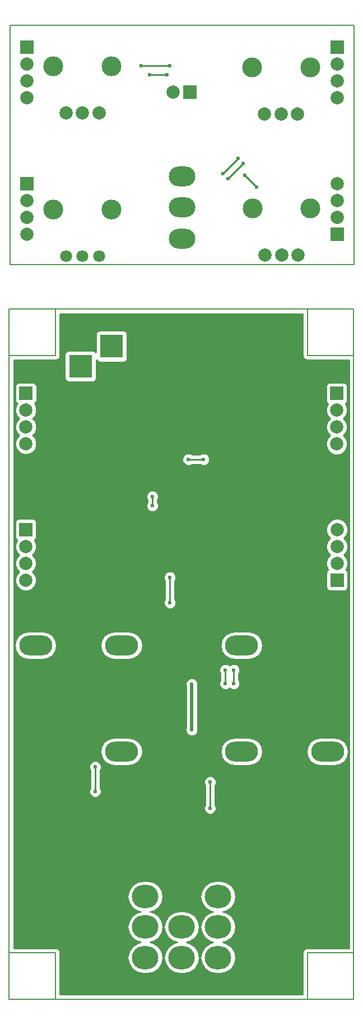
<source format=gbr>
G04 #@! TF.FileFunction,Copper,L2,Bot,Signal*
%FSLAX46Y46*%
G04 Gerber Fmt 4.6, Leading zero omitted, Abs format (unit mm)*
G04 Created by KiCad (PCBNEW 4.0.7) date 01/23/18 15:00:53*
%MOMM*%
%LPD*%
G01*
G04 APERTURE LIST*
%ADD10C,0.100000*%
%ADD11C,0.150000*%
%ADD12R,2.000000X2.000000*%
%ADD13C,2.000000*%
%ADD14R,3.500000X3.500000*%
%ADD15O,4.000000X3.500000*%
%ADD16C,3.000000*%
%ADD17O,5.000000X3.000000*%
%ADD18O,4.000000X3.000000*%
%ADD19C,1.800000*%
%ADD20C,0.600000*%
%ADD21C,0.500000*%
%ADD22C,0.250000*%
%ADD23C,0.254000*%
G04 APERTURE END LIST*
D10*
D11*
X77927200Y-187782200D02*
X77927200Y-187502800D01*
X78435200Y-187782200D02*
X77317600Y-187782200D01*
X123069200Y-40955000D02*
X122713600Y-40955000D01*
X123069200Y-77023000D02*
X123069200Y-40955000D01*
X122688200Y-77023000D02*
X123069200Y-77023000D01*
X71050000Y-40955000D02*
X122866000Y-40955000D01*
X71050000Y-77023000D02*
X71050000Y-40955000D01*
X71050000Y-77023000D02*
X122866000Y-77023000D01*
X116027200Y-180797200D02*
X123012200Y-180797200D01*
X116027200Y-187782200D02*
X116027200Y-180797200D01*
X77927200Y-180797200D02*
X70942200Y-180797200D01*
X77927200Y-187782200D02*
X77927200Y-180797200D01*
X77927200Y-90754200D02*
X70942200Y-90754200D01*
X77927200Y-83769200D02*
X77927200Y-90754200D01*
X116027200Y-90754200D02*
X116027200Y-83769200D01*
X123012200Y-90754200D02*
X116027200Y-90754200D01*
X123012200Y-83769200D02*
X70942200Y-83769200D01*
X123012200Y-187782200D02*
X123012200Y-83769200D01*
X70942200Y-187782200D02*
X123012200Y-187782200D01*
X70942200Y-83769200D02*
X70942200Y-187782200D01*
D12*
X98278800Y-51089600D03*
D13*
X95738800Y-51089600D03*
D14*
X86423500Y-95377000D03*
X86423500Y-89377000D03*
X81723500Y-92377000D03*
D15*
X91502600Y-172311000D03*
X97002600Y-172311000D03*
X102502600Y-172311000D03*
X91502600Y-176911000D03*
X97002600Y-176911000D03*
X102502600Y-176911000D03*
X91502600Y-181511000D03*
X97002600Y-181511000D03*
X102502600Y-181511000D03*
D12*
X73583800Y-64846200D03*
D13*
X73583800Y-67386200D03*
X73583800Y-69926200D03*
X73583800Y-72466200D03*
D12*
X73583800Y-44323000D03*
D13*
X73583800Y-46863000D03*
X73583800Y-49403000D03*
X73583800Y-51943000D03*
D12*
X120548400Y-72491600D03*
D13*
X120548400Y-69951600D03*
X120548400Y-67411600D03*
X120548400Y-64871600D03*
D12*
X120523000Y-44323000D03*
D13*
X120523000Y-46863000D03*
X120523000Y-49403000D03*
X120523000Y-51943000D03*
D12*
X73456800Y-116992400D03*
D13*
X73456800Y-119532400D03*
X73456800Y-122072400D03*
X73456800Y-124612400D03*
D12*
X73469500Y-96456500D03*
D13*
X73469500Y-98996500D03*
X73469500Y-101536500D03*
X73469500Y-104076500D03*
D12*
X120497600Y-124612400D03*
D13*
X120497600Y-122072400D03*
X120497600Y-119532400D03*
X120497600Y-116992400D03*
D12*
X120446800Y-96469200D03*
D13*
X120446800Y-99009200D03*
X120446800Y-101549200D03*
X120446800Y-104089200D03*
X79531200Y-54203600D03*
X82031200Y-54203600D03*
X84531200Y-54203600D03*
D16*
X77631200Y-47203600D03*
X86431200Y-47203600D03*
D13*
X109604800Y-75590400D03*
X112104800Y-75590400D03*
X114604800Y-75590400D03*
D16*
X107704800Y-68590400D03*
X116504800Y-68590400D03*
D13*
X109554000Y-54330600D03*
X112054000Y-54330600D03*
X114554000Y-54330600D03*
D16*
X107654000Y-47330600D03*
X116454000Y-47330600D03*
D17*
X87919700Y-134455900D03*
X87919700Y-150455900D03*
X74919700Y-150455900D03*
X74942700Y-134455900D03*
X106072800Y-150468600D03*
X106072800Y-134468600D03*
X119072800Y-134468600D03*
X119049800Y-150468600D03*
D18*
X97059600Y-68463200D03*
X97059600Y-73163200D03*
X97059600Y-63763200D03*
D19*
X79531200Y-75768200D03*
X82031200Y-75768200D03*
X84531200Y-75768200D03*
D16*
X77631200Y-68768200D03*
X86431200Y-68768200D03*
D20*
X106934000Y-143256000D03*
X92710000Y-130302000D03*
X91440000Y-104902000D03*
X110236000Y-149098000D03*
X107467400Y-100482400D03*
X81991200Y-158242000D03*
X80264000Y-166370000D03*
X106172000Y-162814000D03*
X98094800Y-115773200D03*
X96012000Y-96266000D03*
X98552000Y-140335000D03*
X98552000Y-147193000D03*
X101320600Y-155067000D03*
X101320600Y-159004000D03*
X108337200Y-65415200D03*
X106559200Y-63637200D03*
X95250000Y-124206000D03*
X95250000Y-128016000D03*
X104902000Y-138176000D03*
X104902000Y-140208000D03*
X83947000Y-152781000D03*
X83947000Y-156464000D03*
X94818200Y-48463200D03*
X92151200Y-48463200D03*
X90881200Y-47066200D03*
X95199200Y-47066200D03*
X105543200Y-61097200D03*
X103257200Y-63383200D03*
X104019200Y-64145200D03*
X106305200Y-61859200D03*
X92583000Y-113411000D03*
X92583000Y-112014000D03*
X100330000Y-106426000D03*
X98044000Y-106426000D03*
X103632000Y-140208000D03*
X103632000Y-138176000D03*
D21*
X98552000Y-140335000D02*
X98552000Y-147193000D01*
D22*
X101320600Y-155067000D02*
X101320600Y-159004000D01*
X106559200Y-63637200D02*
X108337200Y-65415200D01*
X95250000Y-128016000D02*
X95250000Y-124206000D01*
X104902000Y-140208000D02*
X104902000Y-138176000D01*
X83947000Y-156464000D02*
X83947000Y-152781000D01*
X94818200Y-48463200D02*
X92151200Y-48463200D01*
X95199200Y-47066200D02*
X90881200Y-47066200D01*
X103257200Y-63383200D02*
X105543200Y-61097200D01*
X106305200Y-61859200D02*
X104019200Y-64145200D01*
X92583000Y-112014000D02*
X92583000Y-113411000D01*
X98044000Y-106426000D02*
X100330000Y-106426000D01*
X103632000Y-140208000D02*
X103632000Y-138176000D01*
D23*
G36*
X115317200Y-90754200D02*
X115371246Y-91025905D01*
X115525154Y-91256246D01*
X115755495Y-91410154D01*
X116027200Y-91464200D01*
X122302200Y-91464200D01*
X122302200Y-180087200D01*
X116027200Y-180087200D01*
X115755495Y-180141246D01*
X115525154Y-180295154D01*
X115371246Y-180525495D01*
X115317200Y-180797200D01*
X115317200Y-187072200D01*
X78637200Y-187072200D01*
X78637200Y-180797200D01*
X78583154Y-180525495D01*
X78429246Y-180295154D01*
X78198905Y-180141246D01*
X77927200Y-180087200D01*
X71652200Y-180087200D01*
X71652200Y-172311000D01*
X88815977Y-172311000D01*
X88997524Y-173223700D01*
X89514527Y-173997450D01*
X90288277Y-174514453D01*
X90773652Y-174611000D01*
X90288277Y-174707547D01*
X89514527Y-175224550D01*
X88997524Y-175998300D01*
X88815977Y-176911000D01*
X88997524Y-177823700D01*
X89514527Y-178597450D01*
X90288277Y-179114453D01*
X90773652Y-179211000D01*
X90288277Y-179307547D01*
X89514527Y-179824550D01*
X88997524Y-180598300D01*
X88815977Y-181511000D01*
X88997524Y-182423700D01*
X89514527Y-183197450D01*
X90288277Y-183714453D01*
X91200977Y-183896000D01*
X91804223Y-183896000D01*
X92716923Y-183714453D01*
X93490673Y-183197450D01*
X94007676Y-182423700D01*
X94189223Y-181511000D01*
X94007676Y-180598300D01*
X93490673Y-179824550D01*
X92716923Y-179307547D01*
X92231548Y-179211000D01*
X92716923Y-179114453D01*
X93490673Y-178597450D01*
X94007676Y-177823700D01*
X94189223Y-176911000D01*
X94315977Y-176911000D01*
X94497524Y-177823700D01*
X95014527Y-178597450D01*
X95788277Y-179114453D01*
X96273652Y-179211000D01*
X95788277Y-179307547D01*
X95014527Y-179824550D01*
X94497524Y-180598300D01*
X94315977Y-181511000D01*
X94497524Y-182423700D01*
X95014527Y-183197450D01*
X95788277Y-183714453D01*
X96700977Y-183896000D01*
X97304223Y-183896000D01*
X98216923Y-183714453D01*
X98990673Y-183197450D01*
X99507676Y-182423700D01*
X99689223Y-181511000D01*
X99507676Y-180598300D01*
X98990673Y-179824550D01*
X98216923Y-179307547D01*
X97731548Y-179211000D01*
X98216923Y-179114453D01*
X98990673Y-178597450D01*
X99507676Y-177823700D01*
X99689223Y-176911000D01*
X99507676Y-175998300D01*
X98990673Y-175224550D01*
X98216923Y-174707547D01*
X97304223Y-174526000D01*
X96700977Y-174526000D01*
X95788277Y-174707547D01*
X95014527Y-175224550D01*
X94497524Y-175998300D01*
X94315977Y-176911000D01*
X94189223Y-176911000D01*
X94007676Y-175998300D01*
X93490673Y-175224550D01*
X92716923Y-174707547D01*
X92231548Y-174611000D01*
X92716923Y-174514453D01*
X93490673Y-173997450D01*
X94007676Y-173223700D01*
X94189223Y-172311000D01*
X99815977Y-172311000D01*
X99997524Y-173223700D01*
X100514527Y-173997450D01*
X101288277Y-174514453D01*
X101773652Y-174611000D01*
X101288277Y-174707547D01*
X100514527Y-175224550D01*
X99997524Y-175998300D01*
X99815977Y-176911000D01*
X99997524Y-177823700D01*
X100514527Y-178597450D01*
X101288277Y-179114453D01*
X101773652Y-179211000D01*
X101288277Y-179307547D01*
X100514527Y-179824550D01*
X99997524Y-180598300D01*
X99815977Y-181511000D01*
X99997524Y-182423700D01*
X100514527Y-183197450D01*
X101288277Y-183714453D01*
X102200977Y-183896000D01*
X102804223Y-183896000D01*
X103716923Y-183714453D01*
X104490673Y-183197450D01*
X105007676Y-182423700D01*
X105189223Y-181511000D01*
X105007676Y-180598300D01*
X104490673Y-179824550D01*
X103716923Y-179307547D01*
X103231548Y-179211000D01*
X103716923Y-179114453D01*
X104490673Y-178597450D01*
X105007676Y-177823700D01*
X105189223Y-176911000D01*
X105007676Y-175998300D01*
X104490673Y-175224550D01*
X103716923Y-174707547D01*
X103231548Y-174611000D01*
X103716923Y-174514453D01*
X104490673Y-173997450D01*
X105007676Y-173223700D01*
X105189223Y-172311000D01*
X105007676Y-171398300D01*
X104490673Y-170624550D01*
X103716923Y-170107547D01*
X102804223Y-169926000D01*
X102200977Y-169926000D01*
X101288277Y-170107547D01*
X100514527Y-170624550D01*
X99997524Y-171398300D01*
X99815977Y-172311000D01*
X94189223Y-172311000D01*
X94007676Y-171398300D01*
X93490673Y-170624550D01*
X92716923Y-170107547D01*
X91804223Y-169926000D01*
X91200977Y-169926000D01*
X90288277Y-170107547D01*
X89514527Y-170624550D01*
X88997524Y-171398300D01*
X88815977Y-172311000D01*
X71652200Y-172311000D01*
X71652200Y-152966167D01*
X83011838Y-152966167D01*
X83153883Y-153309943D01*
X83187000Y-153343118D01*
X83187000Y-155901537D01*
X83154808Y-155933673D01*
X83012162Y-156277201D01*
X83011838Y-156649167D01*
X83153883Y-156992943D01*
X83416673Y-157256192D01*
X83760201Y-157398838D01*
X84132167Y-157399162D01*
X84475943Y-157257117D01*
X84739192Y-156994327D01*
X84881838Y-156650799D01*
X84882162Y-156278833D01*
X84740117Y-155935057D01*
X84707000Y-155901882D01*
X84707000Y-155252167D01*
X100385438Y-155252167D01*
X100527483Y-155595943D01*
X100560600Y-155629118D01*
X100560600Y-158441537D01*
X100528408Y-158473673D01*
X100385762Y-158817201D01*
X100385438Y-159189167D01*
X100527483Y-159532943D01*
X100790273Y-159796192D01*
X101133801Y-159938838D01*
X101505767Y-159939162D01*
X101849543Y-159797117D01*
X102112792Y-159534327D01*
X102255438Y-159190799D01*
X102255762Y-158818833D01*
X102113717Y-158475057D01*
X102080600Y-158441882D01*
X102080600Y-155629463D01*
X102112792Y-155597327D01*
X102255438Y-155253799D01*
X102255762Y-154881833D01*
X102113717Y-154538057D01*
X101850927Y-154274808D01*
X101507399Y-154132162D01*
X101135433Y-154131838D01*
X100791657Y-154273883D01*
X100528408Y-154536673D01*
X100385762Y-154880201D01*
X100385438Y-155252167D01*
X84707000Y-155252167D01*
X84707000Y-153343463D01*
X84739192Y-153311327D01*
X84881838Y-152967799D01*
X84882162Y-152595833D01*
X84740117Y-152252057D01*
X84477327Y-151988808D01*
X84133799Y-151846162D01*
X83761833Y-151845838D01*
X83418057Y-151987883D01*
X83154808Y-152250673D01*
X83012162Y-152594201D01*
X83011838Y-152966167D01*
X71652200Y-152966167D01*
X71652200Y-150455900D01*
X84723282Y-150455900D01*
X84885799Y-151272929D01*
X85348609Y-151965573D01*
X86041253Y-152428383D01*
X86858282Y-152590900D01*
X88981118Y-152590900D01*
X89798147Y-152428383D01*
X90490791Y-151965573D01*
X90953601Y-151272929D01*
X91113591Y-150468600D01*
X102876382Y-150468600D01*
X103038899Y-151285629D01*
X103501709Y-151978273D01*
X104194353Y-152441083D01*
X105011382Y-152603600D01*
X107134218Y-152603600D01*
X107951247Y-152441083D01*
X108643891Y-151978273D01*
X109106701Y-151285629D01*
X109269218Y-150468600D01*
X115853382Y-150468600D01*
X116015899Y-151285629D01*
X116478709Y-151978273D01*
X117171353Y-152441083D01*
X117988382Y-152603600D01*
X120111218Y-152603600D01*
X120928247Y-152441083D01*
X121620891Y-151978273D01*
X122083701Y-151285629D01*
X122246218Y-150468600D01*
X122083701Y-149651571D01*
X121620891Y-148958927D01*
X120928247Y-148496117D01*
X120111218Y-148333600D01*
X117988382Y-148333600D01*
X117171353Y-148496117D01*
X116478709Y-148958927D01*
X116015899Y-149651571D01*
X115853382Y-150468600D01*
X109269218Y-150468600D01*
X109106701Y-149651571D01*
X108643891Y-148958927D01*
X107951247Y-148496117D01*
X107134218Y-148333600D01*
X105011382Y-148333600D01*
X104194353Y-148496117D01*
X103501709Y-148958927D01*
X103038899Y-149651571D01*
X102876382Y-150468600D01*
X91113591Y-150468600D01*
X91116118Y-150455900D01*
X90953601Y-149638871D01*
X90490791Y-148946227D01*
X89798147Y-148483417D01*
X88981118Y-148320900D01*
X86858282Y-148320900D01*
X86041253Y-148483417D01*
X85348609Y-148946227D01*
X84885799Y-149638871D01*
X84723282Y-150455900D01*
X71652200Y-150455900D01*
X71652200Y-140520167D01*
X97616838Y-140520167D01*
X97667000Y-140641569D01*
X97667000Y-146886178D01*
X97617162Y-147006201D01*
X97616838Y-147378167D01*
X97758883Y-147721943D01*
X98021673Y-147985192D01*
X98365201Y-148127838D01*
X98737167Y-148128162D01*
X99080943Y-147986117D01*
X99344192Y-147723327D01*
X99486838Y-147379799D01*
X99487162Y-147007833D01*
X99437000Y-146886431D01*
X99437000Y-140641822D01*
X99486838Y-140521799D01*
X99487162Y-140149833D01*
X99345117Y-139806057D01*
X99082327Y-139542808D01*
X98738799Y-139400162D01*
X98366833Y-139399838D01*
X98023057Y-139541883D01*
X97759808Y-139804673D01*
X97617162Y-140148201D01*
X97616838Y-140520167D01*
X71652200Y-140520167D01*
X71652200Y-138361167D01*
X102696838Y-138361167D01*
X102838883Y-138704943D01*
X102872000Y-138738118D01*
X102872000Y-139645537D01*
X102839808Y-139677673D01*
X102697162Y-140021201D01*
X102696838Y-140393167D01*
X102838883Y-140736943D01*
X103101673Y-141000192D01*
X103445201Y-141142838D01*
X103817167Y-141143162D01*
X104160943Y-141001117D01*
X104266954Y-140895290D01*
X104371673Y-141000192D01*
X104715201Y-141142838D01*
X105087167Y-141143162D01*
X105430943Y-141001117D01*
X105694192Y-140738327D01*
X105836838Y-140394799D01*
X105837162Y-140022833D01*
X105695117Y-139679057D01*
X105662000Y-139645882D01*
X105662000Y-138738463D01*
X105694192Y-138706327D01*
X105836838Y-138362799D01*
X105837162Y-137990833D01*
X105695117Y-137647057D01*
X105432327Y-137383808D01*
X105088799Y-137241162D01*
X104716833Y-137240838D01*
X104373057Y-137382883D01*
X104267046Y-137488710D01*
X104162327Y-137383808D01*
X103818799Y-137241162D01*
X103446833Y-137240838D01*
X103103057Y-137382883D01*
X102839808Y-137645673D01*
X102697162Y-137989201D01*
X102696838Y-138361167D01*
X71652200Y-138361167D01*
X71652200Y-134455900D01*
X71746282Y-134455900D01*
X71908799Y-135272929D01*
X72371609Y-135965573D01*
X73064253Y-136428383D01*
X73881282Y-136590900D01*
X76004118Y-136590900D01*
X76821147Y-136428383D01*
X77513791Y-135965573D01*
X77976601Y-135272929D01*
X78139118Y-134455900D01*
X84723282Y-134455900D01*
X84885799Y-135272929D01*
X85348609Y-135965573D01*
X86041253Y-136428383D01*
X86858282Y-136590900D01*
X88981118Y-136590900D01*
X89798147Y-136428383D01*
X90490791Y-135965573D01*
X90953601Y-135272929D01*
X91113591Y-134468600D01*
X102876382Y-134468600D01*
X103038899Y-135285629D01*
X103501709Y-135978273D01*
X104194353Y-136441083D01*
X105011382Y-136603600D01*
X107134218Y-136603600D01*
X107951247Y-136441083D01*
X108643891Y-135978273D01*
X109106701Y-135285629D01*
X109269218Y-134468600D01*
X109106701Y-133651571D01*
X108643891Y-132958927D01*
X107951247Y-132496117D01*
X107134218Y-132333600D01*
X105011382Y-132333600D01*
X104194353Y-132496117D01*
X103501709Y-132958927D01*
X103038899Y-133651571D01*
X102876382Y-134468600D01*
X91113591Y-134468600D01*
X91116118Y-134455900D01*
X90953601Y-133638871D01*
X90490791Y-132946227D01*
X89798147Y-132483417D01*
X88981118Y-132320900D01*
X86858282Y-132320900D01*
X86041253Y-132483417D01*
X85348609Y-132946227D01*
X84885799Y-133638871D01*
X84723282Y-134455900D01*
X78139118Y-134455900D01*
X77976601Y-133638871D01*
X77513791Y-132946227D01*
X76821147Y-132483417D01*
X76004118Y-132320900D01*
X73881282Y-132320900D01*
X73064253Y-132483417D01*
X72371609Y-132946227D01*
X71908799Y-133638871D01*
X71746282Y-134455900D01*
X71652200Y-134455900D01*
X71652200Y-115992400D01*
X71809360Y-115992400D01*
X71809360Y-117992400D01*
X71853638Y-118227717D01*
X71992710Y-118443841D01*
X72135361Y-118541310D01*
X72071522Y-118605037D01*
X71822084Y-119205752D01*
X71821516Y-119856195D01*
X72069906Y-120457343D01*
X72414559Y-120802599D01*
X72071522Y-121145037D01*
X71822084Y-121745752D01*
X71821516Y-122396195D01*
X72069906Y-122997343D01*
X72414559Y-123342599D01*
X72071522Y-123685037D01*
X71822084Y-124285752D01*
X71821516Y-124936195D01*
X72069906Y-125537343D01*
X72529437Y-125997678D01*
X73130152Y-126247116D01*
X73780595Y-126247684D01*
X74381743Y-125999294D01*
X74842078Y-125539763D01*
X75091516Y-124939048D01*
X75091994Y-124391167D01*
X94314838Y-124391167D01*
X94456883Y-124734943D01*
X94490000Y-124768118D01*
X94490000Y-127453537D01*
X94457808Y-127485673D01*
X94315162Y-127829201D01*
X94314838Y-128201167D01*
X94456883Y-128544943D01*
X94719673Y-128808192D01*
X95063201Y-128950838D01*
X95435167Y-128951162D01*
X95778943Y-128809117D01*
X96042192Y-128546327D01*
X96184838Y-128202799D01*
X96185162Y-127830833D01*
X96043117Y-127487057D01*
X96010000Y-127453882D01*
X96010000Y-124768463D01*
X96042192Y-124736327D01*
X96184838Y-124392799D01*
X96185162Y-124020833D01*
X96043117Y-123677057D01*
X95978573Y-123612400D01*
X118850160Y-123612400D01*
X118850160Y-125612400D01*
X118894438Y-125847717D01*
X119033510Y-126063841D01*
X119245710Y-126208831D01*
X119497600Y-126259840D01*
X121497600Y-126259840D01*
X121732917Y-126215562D01*
X121949041Y-126076490D01*
X122094031Y-125864290D01*
X122145040Y-125612400D01*
X122145040Y-123612400D01*
X122100762Y-123377083D01*
X121961690Y-123160959D01*
X121819039Y-123063490D01*
X121882878Y-122999763D01*
X122132316Y-122399048D01*
X122132884Y-121748605D01*
X121884494Y-121147457D01*
X121539841Y-120802201D01*
X121882878Y-120459763D01*
X122132316Y-119859048D01*
X122132884Y-119208605D01*
X121884494Y-118607457D01*
X121539841Y-118262201D01*
X121882878Y-117919763D01*
X122132316Y-117319048D01*
X122132884Y-116668605D01*
X121884494Y-116067457D01*
X121424963Y-115607122D01*
X120824248Y-115357684D01*
X120173805Y-115357116D01*
X119572657Y-115605506D01*
X119112322Y-116065037D01*
X118862884Y-116665752D01*
X118862316Y-117316195D01*
X119110706Y-117917343D01*
X119455359Y-118262599D01*
X119112322Y-118605037D01*
X118862884Y-119205752D01*
X118862316Y-119856195D01*
X119110706Y-120457343D01*
X119455359Y-120802599D01*
X119112322Y-121145037D01*
X118862884Y-121745752D01*
X118862316Y-122396195D01*
X119110706Y-122997343D01*
X119177221Y-123063974D01*
X119046159Y-123148310D01*
X118901169Y-123360510D01*
X118850160Y-123612400D01*
X95978573Y-123612400D01*
X95780327Y-123413808D01*
X95436799Y-123271162D01*
X95064833Y-123270838D01*
X94721057Y-123412883D01*
X94457808Y-123675673D01*
X94315162Y-124019201D01*
X94314838Y-124391167D01*
X75091994Y-124391167D01*
X75092084Y-124288605D01*
X74843694Y-123687457D01*
X74499041Y-123342201D01*
X74842078Y-122999763D01*
X75091516Y-122399048D01*
X75092084Y-121748605D01*
X74843694Y-121147457D01*
X74499041Y-120802201D01*
X74842078Y-120459763D01*
X75091516Y-119859048D01*
X75092084Y-119208605D01*
X74843694Y-118607457D01*
X74777179Y-118540826D01*
X74908241Y-118456490D01*
X75053231Y-118244290D01*
X75104240Y-117992400D01*
X75104240Y-115992400D01*
X75059962Y-115757083D01*
X74920890Y-115540959D01*
X74708690Y-115395969D01*
X74456800Y-115344960D01*
X72456800Y-115344960D01*
X72221483Y-115389238D01*
X72005359Y-115528310D01*
X71860369Y-115740510D01*
X71809360Y-115992400D01*
X71652200Y-115992400D01*
X71652200Y-112199167D01*
X91647838Y-112199167D01*
X91789883Y-112542943D01*
X91823000Y-112576118D01*
X91823000Y-112848537D01*
X91790808Y-112880673D01*
X91648162Y-113224201D01*
X91647838Y-113596167D01*
X91789883Y-113939943D01*
X92052673Y-114203192D01*
X92396201Y-114345838D01*
X92768167Y-114346162D01*
X93111943Y-114204117D01*
X93375192Y-113941327D01*
X93517838Y-113597799D01*
X93518162Y-113225833D01*
X93376117Y-112882057D01*
X93343000Y-112848882D01*
X93343000Y-112576463D01*
X93375192Y-112544327D01*
X93517838Y-112200799D01*
X93518162Y-111828833D01*
X93376117Y-111485057D01*
X93113327Y-111221808D01*
X92769799Y-111079162D01*
X92397833Y-111078838D01*
X92054057Y-111220883D01*
X91790808Y-111483673D01*
X91648162Y-111827201D01*
X91647838Y-112199167D01*
X71652200Y-112199167D01*
X71652200Y-106611167D01*
X97108838Y-106611167D01*
X97250883Y-106954943D01*
X97513673Y-107218192D01*
X97857201Y-107360838D01*
X98229167Y-107361162D01*
X98572943Y-107219117D01*
X98606118Y-107186000D01*
X99767537Y-107186000D01*
X99799673Y-107218192D01*
X100143201Y-107360838D01*
X100515167Y-107361162D01*
X100858943Y-107219117D01*
X101122192Y-106956327D01*
X101264838Y-106612799D01*
X101265162Y-106240833D01*
X101123117Y-105897057D01*
X100860327Y-105633808D01*
X100516799Y-105491162D01*
X100144833Y-105490838D01*
X99801057Y-105632883D01*
X99767882Y-105666000D01*
X98606463Y-105666000D01*
X98574327Y-105633808D01*
X98230799Y-105491162D01*
X97858833Y-105490838D01*
X97515057Y-105632883D01*
X97251808Y-105895673D01*
X97109162Y-106239201D01*
X97108838Y-106611167D01*
X71652200Y-106611167D01*
X71652200Y-95456500D01*
X71822060Y-95456500D01*
X71822060Y-97456500D01*
X71866338Y-97691817D01*
X72005410Y-97907941D01*
X72148061Y-98005410D01*
X72084222Y-98069137D01*
X71834784Y-98669852D01*
X71834216Y-99320295D01*
X72082606Y-99921443D01*
X72427259Y-100266699D01*
X72084222Y-100609137D01*
X71834784Y-101209852D01*
X71834216Y-101860295D01*
X72082606Y-102461443D01*
X72427259Y-102806699D01*
X72084222Y-103149137D01*
X71834784Y-103749852D01*
X71834216Y-104400295D01*
X72082606Y-105001443D01*
X72542137Y-105461778D01*
X73142852Y-105711216D01*
X73793295Y-105711784D01*
X74394443Y-105463394D01*
X74854778Y-105003863D01*
X75104216Y-104403148D01*
X75104784Y-103752705D01*
X74856394Y-103151557D01*
X74511741Y-102806301D01*
X74854778Y-102463863D01*
X75104216Y-101863148D01*
X75104784Y-101212705D01*
X74856394Y-100611557D01*
X74511741Y-100266301D01*
X74854778Y-99923863D01*
X75104216Y-99323148D01*
X75104784Y-98672705D01*
X74856394Y-98071557D01*
X74789879Y-98004926D01*
X74920941Y-97920590D01*
X75065931Y-97708390D01*
X75116940Y-97456500D01*
X75116940Y-95469200D01*
X118799360Y-95469200D01*
X118799360Y-97469200D01*
X118843638Y-97704517D01*
X118982710Y-97920641D01*
X119125361Y-98018110D01*
X119061522Y-98081837D01*
X118812084Y-98682552D01*
X118811516Y-99332995D01*
X119059906Y-99934143D01*
X119404559Y-100279399D01*
X119061522Y-100621837D01*
X118812084Y-101222552D01*
X118811516Y-101872995D01*
X119059906Y-102474143D01*
X119404559Y-102819399D01*
X119061522Y-103161837D01*
X118812084Y-103762552D01*
X118811516Y-104412995D01*
X119059906Y-105014143D01*
X119519437Y-105474478D01*
X120120152Y-105723916D01*
X120770595Y-105724484D01*
X121371743Y-105476094D01*
X121832078Y-105016563D01*
X122081516Y-104415848D01*
X122082084Y-103765405D01*
X121833694Y-103164257D01*
X121489041Y-102819001D01*
X121832078Y-102476563D01*
X122081516Y-101875848D01*
X122082084Y-101225405D01*
X121833694Y-100624257D01*
X121489041Y-100279001D01*
X121832078Y-99936563D01*
X122081516Y-99335848D01*
X122082084Y-98685405D01*
X121833694Y-98084257D01*
X121767179Y-98017626D01*
X121898241Y-97933290D01*
X122043231Y-97721090D01*
X122094240Y-97469200D01*
X122094240Y-95469200D01*
X122049962Y-95233883D01*
X121910890Y-95017759D01*
X121698690Y-94872769D01*
X121446800Y-94821760D01*
X119446800Y-94821760D01*
X119211483Y-94866038D01*
X118995359Y-95005110D01*
X118850369Y-95217310D01*
X118799360Y-95469200D01*
X75116940Y-95469200D01*
X75116940Y-95456500D01*
X75072662Y-95221183D01*
X74933590Y-95005059D01*
X74721390Y-94860069D01*
X74469500Y-94809060D01*
X72469500Y-94809060D01*
X72234183Y-94853338D01*
X72018059Y-94992410D01*
X71873069Y-95204610D01*
X71822060Y-95456500D01*
X71652200Y-95456500D01*
X71652200Y-91464200D01*
X77927200Y-91464200D01*
X78198905Y-91410154D01*
X78429246Y-91256246D01*
X78583154Y-91025905D01*
X78637200Y-90754200D01*
X78637200Y-90627000D01*
X79326060Y-90627000D01*
X79326060Y-94127000D01*
X79370338Y-94362317D01*
X79509410Y-94578441D01*
X79721610Y-94723431D01*
X79973500Y-94774440D01*
X83473500Y-94774440D01*
X83708817Y-94730162D01*
X83924941Y-94591090D01*
X84069931Y-94378890D01*
X84120940Y-94127000D01*
X84120940Y-91440955D01*
X84209410Y-91578441D01*
X84421610Y-91723431D01*
X84673500Y-91774440D01*
X88173500Y-91774440D01*
X88408817Y-91730162D01*
X88624941Y-91591090D01*
X88769931Y-91378890D01*
X88820940Y-91127000D01*
X88820940Y-87627000D01*
X88776662Y-87391683D01*
X88637590Y-87175559D01*
X88425390Y-87030569D01*
X88173500Y-86979560D01*
X84673500Y-86979560D01*
X84438183Y-87023838D01*
X84222059Y-87162910D01*
X84077069Y-87375110D01*
X84026060Y-87627000D01*
X84026060Y-90313045D01*
X83937590Y-90175559D01*
X83725390Y-90030569D01*
X83473500Y-89979560D01*
X79973500Y-89979560D01*
X79738183Y-90023838D01*
X79522059Y-90162910D01*
X79377069Y-90375110D01*
X79326060Y-90627000D01*
X78637200Y-90627000D01*
X78637200Y-84479200D01*
X115317200Y-84479200D01*
X115317200Y-90754200D01*
X115317200Y-90754200D01*
G37*
X115317200Y-90754200D02*
X115371246Y-91025905D01*
X115525154Y-91256246D01*
X115755495Y-91410154D01*
X116027200Y-91464200D01*
X122302200Y-91464200D01*
X122302200Y-180087200D01*
X116027200Y-180087200D01*
X115755495Y-180141246D01*
X115525154Y-180295154D01*
X115371246Y-180525495D01*
X115317200Y-180797200D01*
X115317200Y-187072200D01*
X78637200Y-187072200D01*
X78637200Y-180797200D01*
X78583154Y-180525495D01*
X78429246Y-180295154D01*
X78198905Y-180141246D01*
X77927200Y-180087200D01*
X71652200Y-180087200D01*
X71652200Y-172311000D01*
X88815977Y-172311000D01*
X88997524Y-173223700D01*
X89514527Y-173997450D01*
X90288277Y-174514453D01*
X90773652Y-174611000D01*
X90288277Y-174707547D01*
X89514527Y-175224550D01*
X88997524Y-175998300D01*
X88815977Y-176911000D01*
X88997524Y-177823700D01*
X89514527Y-178597450D01*
X90288277Y-179114453D01*
X90773652Y-179211000D01*
X90288277Y-179307547D01*
X89514527Y-179824550D01*
X88997524Y-180598300D01*
X88815977Y-181511000D01*
X88997524Y-182423700D01*
X89514527Y-183197450D01*
X90288277Y-183714453D01*
X91200977Y-183896000D01*
X91804223Y-183896000D01*
X92716923Y-183714453D01*
X93490673Y-183197450D01*
X94007676Y-182423700D01*
X94189223Y-181511000D01*
X94007676Y-180598300D01*
X93490673Y-179824550D01*
X92716923Y-179307547D01*
X92231548Y-179211000D01*
X92716923Y-179114453D01*
X93490673Y-178597450D01*
X94007676Y-177823700D01*
X94189223Y-176911000D01*
X94315977Y-176911000D01*
X94497524Y-177823700D01*
X95014527Y-178597450D01*
X95788277Y-179114453D01*
X96273652Y-179211000D01*
X95788277Y-179307547D01*
X95014527Y-179824550D01*
X94497524Y-180598300D01*
X94315977Y-181511000D01*
X94497524Y-182423700D01*
X95014527Y-183197450D01*
X95788277Y-183714453D01*
X96700977Y-183896000D01*
X97304223Y-183896000D01*
X98216923Y-183714453D01*
X98990673Y-183197450D01*
X99507676Y-182423700D01*
X99689223Y-181511000D01*
X99507676Y-180598300D01*
X98990673Y-179824550D01*
X98216923Y-179307547D01*
X97731548Y-179211000D01*
X98216923Y-179114453D01*
X98990673Y-178597450D01*
X99507676Y-177823700D01*
X99689223Y-176911000D01*
X99507676Y-175998300D01*
X98990673Y-175224550D01*
X98216923Y-174707547D01*
X97304223Y-174526000D01*
X96700977Y-174526000D01*
X95788277Y-174707547D01*
X95014527Y-175224550D01*
X94497524Y-175998300D01*
X94315977Y-176911000D01*
X94189223Y-176911000D01*
X94007676Y-175998300D01*
X93490673Y-175224550D01*
X92716923Y-174707547D01*
X92231548Y-174611000D01*
X92716923Y-174514453D01*
X93490673Y-173997450D01*
X94007676Y-173223700D01*
X94189223Y-172311000D01*
X99815977Y-172311000D01*
X99997524Y-173223700D01*
X100514527Y-173997450D01*
X101288277Y-174514453D01*
X101773652Y-174611000D01*
X101288277Y-174707547D01*
X100514527Y-175224550D01*
X99997524Y-175998300D01*
X99815977Y-176911000D01*
X99997524Y-177823700D01*
X100514527Y-178597450D01*
X101288277Y-179114453D01*
X101773652Y-179211000D01*
X101288277Y-179307547D01*
X100514527Y-179824550D01*
X99997524Y-180598300D01*
X99815977Y-181511000D01*
X99997524Y-182423700D01*
X100514527Y-183197450D01*
X101288277Y-183714453D01*
X102200977Y-183896000D01*
X102804223Y-183896000D01*
X103716923Y-183714453D01*
X104490673Y-183197450D01*
X105007676Y-182423700D01*
X105189223Y-181511000D01*
X105007676Y-180598300D01*
X104490673Y-179824550D01*
X103716923Y-179307547D01*
X103231548Y-179211000D01*
X103716923Y-179114453D01*
X104490673Y-178597450D01*
X105007676Y-177823700D01*
X105189223Y-176911000D01*
X105007676Y-175998300D01*
X104490673Y-175224550D01*
X103716923Y-174707547D01*
X103231548Y-174611000D01*
X103716923Y-174514453D01*
X104490673Y-173997450D01*
X105007676Y-173223700D01*
X105189223Y-172311000D01*
X105007676Y-171398300D01*
X104490673Y-170624550D01*
X103716923Y-170107547D01*
X102804223Y-169926000D01*
X102200977Y-169926000D01*
X101288277Y-170107547D01*
X100514527Y-170624550D01*
X99997524Y-171398300D01*
X99815977Y-172311000D01*
X94189223Y-172311000D01*
X94007676Y-171398300D01*
X93490673Y-170624550D01*
X92716923Y-170107547D01*
X91804223Y-169926000D01*
X91200977Y-169926000D01*
X90288277Y-170107547D01*
X89514527Y-170624550D01*
X88997524Y-171398300D01*
X88815977Y-172311000D01*
X71652200Y-172311000D01*
X71652200Y-152966167D01*
X83011838Y-152966167D01*
X83153883Y-153309943D01*
X83187000Y-153343118D01*
X83187000Y-155901537D01*
X83154808Y-155933673D01*
X83012162Y-156277201D01*
X83011838Y-156649167D01*
X83153883Y-156992943D01*
X83416673Y-157256192D01*
X83760201Y-157398838D01*
X84132167Y-157399162D01*
X84475943Y-157257117D01*
X84739192Y-156994327D01*
X84881838Y-156650799D01*
X84882162Y-156278833D01*
X84740117Y-155935057D01*
X84707000Y-155901882D01*
X84707000Y-155252167D01*
X100385438Y-155252167D01*
X100527483Y-155595943D01*
X100560600Y-155629118D01*
X100560600Y-158441537D01*
X100528408Y-158473673D01*
X100385762Y-158817201D01*
X100385438Y-159189167D01*
X100527483Y-159532943D01*
X100790273Y-159796192D01*
X101133801Y-159938838D01*
X101505767Y-159939162D01*
X101849543Y-159797117D01*
X102112792Y-159534327D01*
X102255438Y-159190799D01*
X102255762Y-158818833D01*
X102113717Y-158475057D01*
X102080600Y-158441882D01*
X102080600Y-155629463D01*
X102112792Y-155597327D01*
X102255438Y-155253799D01*
X102255762Y-154881833D01*
X102113717Y-154538057D01*
X101850927Y-154274808D01*
X101507399Y-154132162D01*
X101135433Y-154131838D01*
X100791657Y-154273883D01*
X100528408Y-154536673D01*
X100385762Y-154880201D01*
X100385438Y-155252167D01*
X84707000Y-155252167D01*
X84707000Y-153343463D01*
X84739192Y-153311327D01*
X84881838Y-152967799D01*
X84882162Y-152595833D01*
X84740117Y-152252057D01*
X84477327Y-151988808D01*
X84133799Y-151846162D01*
X83761833Y-151845838D01*
X83418057Y-151987883D01*
X83154808Y-152250673D01*
X83012162Y-152594201D01*
X83011838Y-152966167D01*
X71652200Y-152966167D01*
X71652200Y-150455900D01*
X84723282Y-150455900D01*
X84885799Y-151272929D01*
X85348609Y-151965573D01*
X86041253Y-152428383D01*
X86858282Y-152590900D01*
X88981118Y-152590900D01*
X89798147Y-152428383D01*
X90490791Y-151965573D01*
X90953601Y-151272929D01*
X91113591Y-150468600D01*
X102876382Y-150468600D01*
X103038899Y-151285629D01*
X103501709Y-151978273D01*
X104194353Y-152441083D01*
X105011382Y-152603600D01*
X107134218Y-152603600D01*
X107951247Y-152441083D01*
X108643891Y-151978273D01*
X109106701Y-151285629D01*
X109269218Y-150468600D01*
X115853382Y-150468600D01*
X116015899Y-151285629D01*
X116478709Y-151978273D01*
X117171353Y-152441083D01*
X117988382Y-152603600D01*
X120111218Y-152603600D01*
X120928247Y-152441083D01*
X121620891Y-151978273D01*
X122083701Y-151285629D01*
X122246218Y-150468600D01*
X122083701Y-149651571D01*
X121620891Y-148958927D01*
X120928247Y-148496117D01*
X120111218Y-148333600D01*
X117988382Y-148333600D01*
X117171353Y-148496117D01*
X116478709Y-148958927D01*
X116015899Y-149651571D01*
X115853382Y-150468600D01*
X109269218Y-150468600D01*
X109106701Y-149651571D01*
X108643891Y-148958927D01*
X107951247Y-148496117D01*
X107134218Y-148333600D01*
X105011382Y-148333600D01*
X104194353Y-148496117D01*
X103501709Y-148958927D01*
X103038899Y-149651571D01*
X102876382Y-150468600D01*
X91113591Y-150468600D01*
X91116118Y-150455900D01*
X90953601Y-149638871D01*
X90490791Y-148946227D01*
X89798147Y-148483417D01*
X88981118Y-148320900D01*
X86858282Y-148320900D01*
X86041253Y-148483417D01*
X85348609Y-148946227D01*
X84885799Y-149638871D01*
X84723282Y-150455900D01*
X71652200Y-150455900D01*
X71652200Y-140520167D01*
X97616838Y-140520167D01*
X97667000Y-140641569D01*
X97667000Y-146886178D01*
X97617162Y-147006201D01*
X97616838Y-147378167D01*
X97758883Y-147721943D01*
X98021673Y-147985192D01*
X98365201Y-148127838D01*
X98737167Y-148128162D01*
X99080943Y-147986117D01*
X99344192Y-147723327D01*
X99486838Y-147379799D01*
X99487162Y-147007833D01*
X99437000Y-146886431D01*
X99437000Y-140641822D01*
X99486838Y-140521799D01*
X99487162Y-140149833D01*
X99345117Y-139806057D01*
X99082327Y-139542808D01*
X98738799Y-139400162D01*
X98366833Y-139399838D01*
X98023057Y-139541883D01*
X97759808Y-139804673D01*
X97617162Y-140148201D01*
X97616838Y-140520167D01*
X71652200Y-140520167D01*
X71652200Y-138361167D01*
X102696838Y-138361167D01*
X102838883Y-138704943D01*
X102872000Y-138738118D01*
X102872000Y-139645537D01*
X102839808Y-139677673D01*
X102697162Y-140021201D01*
X102696838Y-140393167D01*
X102838883Y-140736943D01*
X103101673Y-141000192D01*
X103445201Y-141142838D01*
X103817167Y-141143162D01*
X104160943Y-141001117D01*
X104266954Y-140895290D01*
X104371673Y-141000192D01*
X104715201Y-141142838D01*
X105087167Y-141143162D01*
X105430943Y-141001117D01*
X105694192Y-140738327D01*
X105836838Y-140394799D01*
X105837162Y-140022833D01*
X105695117Y-139679057D01*
X105662000Y-139645882D01*
X105662000Y-138738463D01*
X105694192Y-138706327D01*
X105836838Y-138362799D01*
X105837162Y-137990833D01*
X105695117Y-137647057D01*
X105432327Y-137383808D01*
X105088799Y-137241162D01*
X104716833Y-137240838D01*
X104373057Y-137382883D01*
X104267046Y-137488710D01*
X104162327Y-137383808D01*
X103818799Y-137241162D01*
X103446833Y-137240838D01*
X103103057Y-137382883D01*
X102839808Y-137645673D01*
X102697162Y-137989201D01*
X102696838Y-138361167D01*
X71652200Y-138361167D01*
X71652200Y-134455900D01*
X71746282Y-134455900D01*
X71908799Y-135272929D01*
X72371609Y-135965573D01*
X73064253Y-136428383D01*
X73881282Y-136590900D01*
X76004118Y-136590900D01*
X76821147Y-136428383D01*
X77513791Y-135965573D01*
X77976601Y-135272929D01*
X78139118Y-134455900D01*
X84723282Y-134455900D01*
X84885799Y-135272929D01*
X85348609Y-135965573D01*
X86041253Y-136428383D01*
X86858282Y-136590900D01*
X88981118Y-136590900D01*
X89798147Y-136428383D01*
X90490791Y-135965573D01*
X90953601Y-135272929D01*
X91113591Y-134468600D01*
X102876382Y-134468600D01*
X103038899Y-135285629D01*
X103501709Y-135978273D01*
X104194353Y-136441083D01*
X105011382Y-136603600D01*
X107134218Y-136603600D01*
X107951247Y-136441083D01*
X108643891Y-135978273D01*
X109106701Y-135285629D01*
X109269218Y-134468600D01*
X109106701Y-133651571D01*
X108643891Y-132958927D01*
X107951247Y-132496117D01*
X107134218Y-132333600D01*
X105011382Y-132333600D01*
X104194353Y-132496117D01*
X103501709Y-132958927D01*
X103038899Y-133651571D01*
X102876382Y-134468600D01*
X91113591Y-134468600D01*
X91116118Y-134455900D01*
X90953601Y-133638871D01*
X90490791Y-132946227D01*
X89798147Y-132483417D01*
X88981118Y-132320900D01*
X86858282Y-132320900D01*
X86041253Y-132483417D01*
X85348609Y-132946227D01*
X84885799Y-133638871D01*
X84723282Y-134455900D01*
X78139118Y-134455900D01*
X77976601Y-133638871D01*
X77513791Y-132946227D01*
X76821147Y-132483417D01*
X76004118Y-132320900D01*
X73881282Y-132320900D01*
X73064253Y-132483417D01*
X72371609Y-132946227D01*
X71908799Y-133638871D01*
X71746282Y-134455900D01*
X71652200Y-134455900D01*
X71652200Y-115992400D01*
X71809360Y-115992400D01*
X71809360Y-117992400D01*
X71853638Y-118227717D01*
X71992710Y-118443841D01*
X72135361Y-118541310D01*
X72071522Y-118605037D01*
X71822084Y-119205752D01*
X71821516Y-119856195D01*
X72069906Y-120457343D01*
X72414559Y-120802599D01*
X72071522Y-121145037D01*
X71822084Y-121745752D01*
X71821516Y-122396195D01*
X72069906Y-122997343D01*
X72414559Y-123342599D01*
X72071522Y-123685037D01*
X71822084Y-124285752D01*
X71821516Y-124936195D01*
X72069906Y-125537343D01*
X72529437Y-125997678D01*
X73130152Y-126247116D01*
X73780595Y-126247684D01*
X74381743Y-125999294D01*
X74842078Y-125539763D01*
X75091516Y-124939048D01*
X75091994Y-124391167D01*
X94314838Y-124391167D01*
X94456883Y-124734943D01*
X94490000Y-124768118D01*
X94490000Y-127453537D01*
X94457808Y-127485673D01*
X94315162Y-127829201D01*
X94314838Y-128201167D01*
X94456883Y-128544943D01*
X94719673Y-128808192D01*
X95063201Y-128950838D01*
X95435167Y-128951162D01*
X95778943Y-128809117D01*
X96042192Y-128546327D01*
X96184838Y-128202799D01*
X96185162Y-127830833D01*
X96043117Y-127487057D01*
X96010000Y-127453882D01*
X96010000Y-124768463D01*
X96042192Y-124736327D01*
X96184838Y-124392799D01*
X96185162Y-124020833D01*
X96043117Y-123677057D01*
X95978573Y-123612400D01*
X118850160Y-123612400D01*
X118850160Y-125612400D01*
X118894438Y-125847717D01*
X119033510Y-126063841D01*
X119245710Y-126208831D01*
X119497600Y-126259840D01*
X121497600Y-126259840D01*
X121732917Y-126215562D01*
X121949041Y-126076490D01*
X122094031Y-125864290D01*
X122145040Y-125612400D01*
X122145040Y-123612400D01*
X122100762Y-123377083D01*
X121961690Y-123160959D01*
X121819039Y-123063490D01*
X121882878Y-122999763D01*
X122132316Y-122399048D01*
X122132884Y-121748605D01*
X121884494Y-121147457D01*
X121539841Y-120802201D01*
X121882878Y-120459763D01*
X122132316Y-119859048D01*
X122132884Y-119208605D01*
X121884494Y-118607457D01*
X121539841Y-118262201D01*
X121882878Y-117919763D01*
X122132316Y-117319048D01*
X122132884Y-116668605D01*
X121884494Y-116067457D01*
X121424963Y-115607122D01*
X120824248Y-115357684D01*
X120173805Y-115357116D01*
X119572657Y-115605506D01*
X119112322Y-116065037D01*
X118862884Y-116665752D01*
X118862316Y-117316195D01*
X119110706Y-117917343D01*
X119455359Y-118262599D01*
X119112322Y-118605037D01*
X118862884Y-119205752D01*
X118862316Y-119856195D01*
X119110706Y-120457343D01*
X119455359Y-120802599D01*
X119112322Y-121145037D01*
X118862884Y-121745752D01*
X118862316Y-122396195D01*
X119110706Y-122997343D01*
X119177221Y-123063974D01*
X119046159Y-123148310D01*
X118901169Y-123360510D01*
X118850160Y-123612400D01*
X95978573Y-123612400D01*
X95780327Y-123413808D01*
X95436799Y-123271162D01*
X95064833Y-123270838D01*
X94721057Y-123412883D01*
X94457808Y-123675673D01*
X94315162Y-124019201D01*
X94314838Y-124391167D01*
X75091994Y-124391167D01*
X75092084Y-124288605D01*
X74843694Y-123687457D01*
X74499041Y-123342201D01*
X74842078Y-122999763D01*
X75091516Y-122399048D01*
X75092084Y-121748605D01*
X74843694Y-121147457D01*
X74499041Y-120802201D01*
X74842078Y-120459763D01*
X75091516Y-119859048D01*
X75092084Y-119208605D01*
X74843694Y-118607457D01*
X74777179Y-118540826D01*
X74908241Y-118456490D01*
X75053231Y-118244290D01*
X75104240Y-117992400D01*
X75104240Y-115992400D01*
X75059962Y-115757083D01*
X74920890Y-115540959D01*
X74708690Y-115395969D01*
X74456800Y-115344960D01*
X72456800Y-115344960D01*
X72221483Y-115389238D01*
X72005359Y-115528310D01*
X71860369Y-115740510D01*
X71809360Y-115992400D01*
X71652200Y-115992400D01*
X71652200Y-112199167D01*
X91647838Y-112199167D01*
X91789883Y-112542943D01*
X91823000Y-112576118D01*
X91823000Y-112848537D01*
X91790808Y-112880673D01*
X91648162Y-113224201D01*
X91647838Y-113596167D01*
X91789883Y-113939943D01*
X92052673Y-114203192D01*
X92396201Y-114345838D01*
X92768167Y-114346162D01*
X93111943Y-114204117D01*
X93375192Y-113941327D01*
X93517838Y-113597799D01*
X93518162Y-113225833D01*
X93376117Y-112882057D01*
X93343000Y-112848882D01*
X93343000Y-112576463D01*
X93375192Y-112544327D01*
X93517838Y-112200799D01*
X93518162Y-111828833D01*
X93376117Y-111485057D01*
X93113327Y-111221808D01*
X92769799Y-111079162D01*
X92397833Y-111078838D01*
X92054057Y-111220883D01*
X91790808Y-111483673D01*
X91648162Y-111827201D01*
X91647838Y-112199167D01*
X71652200Y-112199167D01*
X71652200Y-106611167D01*
X97108838Y-106611167D01*
X97250883Y-106954943D01*
X97513673Y-107218192D01*
X97857201Y-107360838D01*
X98229167Y-107361162D01*
X98572943Y-107219117D01*
X98606118Y-107186000D01*
X99767537Y-107186000D01*
X99799673Y-107218192D01*
X100143201Y-107360838D01*
X100515167Y-107361162D01*
X100858943Y-107219117D01*
X101122192Y-106956327D01*
X101264838Y-106612799D01*
X101265162Y-106240833D01*
X101123117Y-105897057D01*
X100860327Y-105633808D01*
X100516799Y-105491162D01*
X100144833Y-105490838D01*
X99801057Y-105632883D01*
X99767882Y-105666000D01*
X98606463Y-105666000D01*
X98574327Y-105633808D01*
X98230799Y-105491162D01*
X97858833Y-105490838D01*
X97515057Y-105632883D01*
X97251808Y-105895673D01*
X97109162Y-106239201D01*
X97108838Y-106611167D01*
X71652200Y-106611167D01*
X71652200Y-95456500D01*
X71822060Y-95456500D01*
X71822060Y-97456500D01*
X71866338Y-97691817D01*
X72005410Y-97907941D01*
X72148061Y-98005410D01*
X72084222Y-98069137D01*
X71834784Y-98669852D01*
X71834216Y-99320295D01*
X72082606Y-99921443D01*
X72427259Y-100266699D01*
X72084222Y-100609137D01*
X71834784Y-101209852D01*
X71834216Y-101860295D01*
X72082606Y-102461443D01*
X72427259Y-102806699D01*
X72084222Y-103149137D01*
X71834784Y-103749852D01*
X71834216Y-104400295D01*
X72082606Y-105001443D01*
X72542137Y-105461778D01*
X73142852Y-105711216D01*
X73793295Y-105711784D01*
X74394443Y-105463394D01*
X74854778Y-105003863D01*
X75104216Y-104403148D01*
X75104784Y-103752705D01*
X74856394Y-103151557D01*
X74511741Y-102806301D01*
X74854778Y-102463863D01*
X75104216Y-101863148D01*
X75104784Y-101212705D01*
X74856394Y-100611557D01*
X74511741Y-100266301D01*
X74854778Y-99923863D01*
X75104216Y-99323148D01*
X75104784Y-98672705D01*
X74856394Y-98071557D01*
X74789879Y-98004926D01*
X74920941Y-97920590D01*
X75065931Y-97708390D01*
X75116940Y-97456500D01*
X75116940Y-95469200D01*
X118799360Y-95469200D01*
X118799360Y-97469200D01*
X118843638Y-97704517D01*
X118982710Y-97920641D01*
X119125361Y-98018110D01*
X119061522Y-98081837D01*
X118812084Y-98682552D01*
X118811516Y-99332995D01*
X119059906Y-99934143D01*
X119404559Y-100279399D01*
X119061522Y-100621837D01*
X118812084Y-101222552D01*
X118811516Y-101872995D01*
X119059906Y-102474143D01*
X119404559Y-102819399D01*
X119061522Y-103161837D01*
X118812084Y-103762552D01*
X118811516Y-104412995D01*
X119059906Y-105014143D01*
X119519437Y-105474478D01*
X120120152Y-105723916D01*
X120770595Y-105724484D01*
X121371743Y-105476094D01*
X121832078Y-105016563D01*
X122081516Y-104415848D01*
X122082084Y-103765405D01*
X121833694Y-103164257D01*
X121489041Y-102819001D01*
X121832078Y-102476563D01*
X122081516Y-101875848D01*
X122082084Y-101225405D01*
X121833694Y-100624257D01*
X121489041Y-100279001D01*
X121832078Y-99936563D01*
X122081516Y-99335848D01*
X122082084Y-98685405D01*
X121833694Y-98084257D01*
X121767179Y-98017626D01*
X121898241Y-97933290D01*
X122043231Y-97721090D01*
X122094240Y-97469200D01*
X122094240Y-95469200D01*
X122049962Y-95233883D01*
X121910890Y-95017759D01*
X121698690Y-94872769D01*
X121446800Y-94821760D01*
X119446800Y-94821760D01*
X119211483Y-94866038D01*
X118995359Y-95005110D01*
X118850369Y-95217310D01*
X118799360Y-95469200D01*
X75116940Y-95469200D01*
X75116940Y-95456500D01*
X75072662Y-95221183D01*
X74933590Y-95005059D01*
X74721390Y-94860069D01*
X74469500Y-94809060D01*
X72469500Y-94809060D01*
X72234183Y-94853338D01*
X72018059Y-94992410D01*
X71873069Y-95204610D01*
X71822060Y-95456500D01*
X71652200Y-95456500D01*
X71652200Y-91464200D01*
X77927200Y-91464200D01*
X78198905Y-91410154D01*
X78429246Y-91256246D01*
X78583154Y-91025905D01*
X78637200Y-90754200D01*
X78637200Y-90627000D01*
X79326060Y-90627000D01*
X79326060Y-94127000D01*
X79370338Y-94362317D01*
X79509410Y-94578441D01*
X79721610Y-94723431D01*
X79973500Y-94774440D01*
X83473500Y-94774440D01*
X83708817Y-94730162D01*
X83924941Y-94591090D01*
X84069931Y-94378890D01*
X84120940Y-94127000D01*
X84120940Y-91440955D01*
X84209410Y-91578441D01*
X84421610Y-91723431D01*
X84673500Y-91774440D01*
X88173500Y-91774440D01*
X88408817Y-91730162D01*
X88624941Y-91591090D01*
X88769931Y-91378890D01*
X88820940Y-91127000D01*
X88820940Y-87627000D01*
X88776662Y-87391683D01*
X88637590Y-87175559D01*
X88425390Y-87030569D01*
X88173500Y-86979560D01*
X84673500Y-86979560D01*
X84438183Y-87023838D01*
X84222059Y-87162910D01*
X84077069Y-87375110D01*
X84026060Y-87627000D01*
X84026060Y-90313045D01*
X83937590Y-90175559D01*
X83725390Y-90030569D01*
X83473500Y-89979560D01*
X79973500Y-89979560D01*
X79738183Y-90023838D01*
X79522059Y-90162910D01*
X79377069Y-90375110D01*
X79326060Y-90627000D01*
X78637200Y-90627000D01*
X78637200Y-84479200D01*
X115317200Y-84479200D01*
X115317200Y-90754200D01*
M02*

</source>
